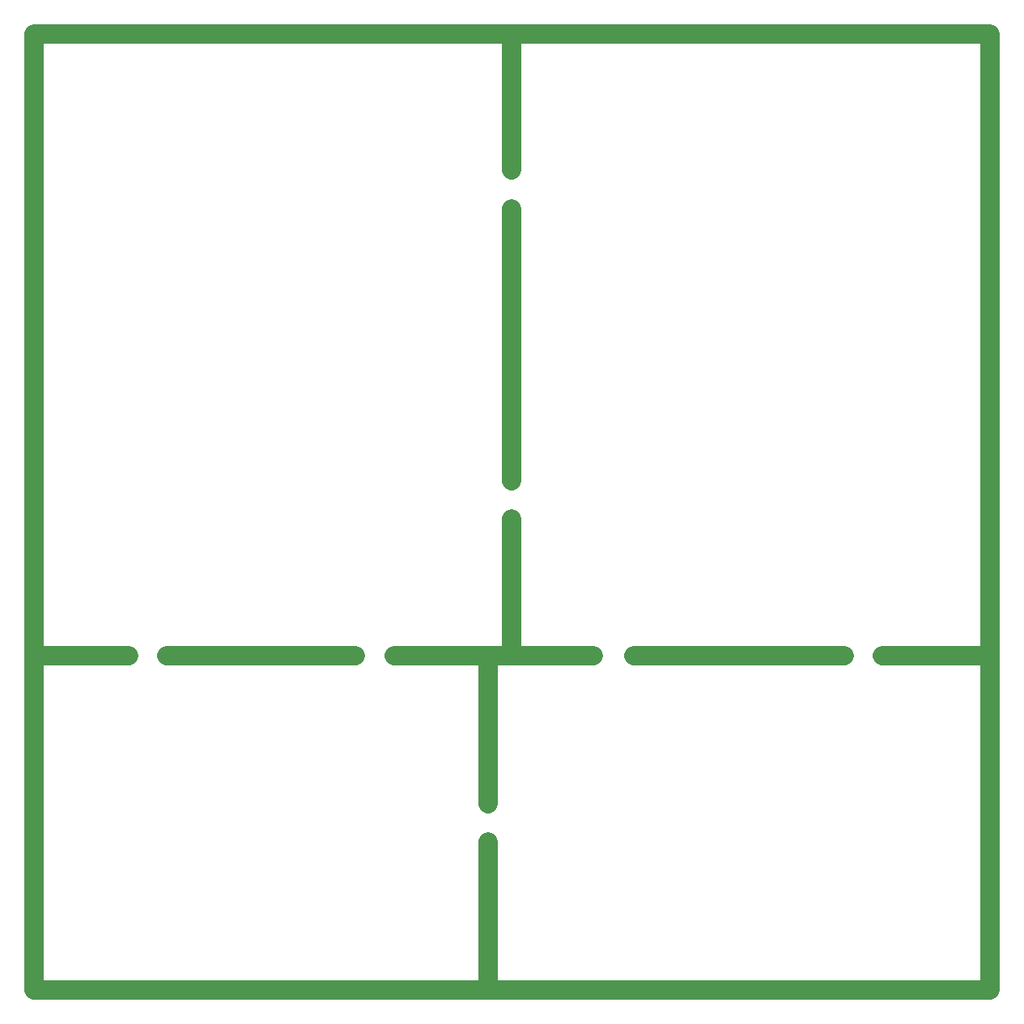
<source format=gbr>
G04 #@! TF.FileFunction,Profile,NP*
%FSLAX46Y46*%
G04 Gerber Fmt 4.6, Leading zero omitted, Abs format (unit mm)*
G04 Created by KiCad (PCBNEW 4.0.6-e0-6349~53~ubuntu16.04.1) date Thu Jul 27 22:11:15 2017*
%MOMM*%
%LPD*%
G01*
G04 APERTURE LIST*
%ADD10C,0.100000*%
%ADD11C,2.000000*%
G04 APERTURE END LIST*
D10*
D11*
X100000000Y-64250000D02*
X100000000Y-50000000D01*
X100000000Y-64250000D02*
X100000000Y-50000000D01*
X150000000Y-100750000D02*
X150000000Y-115000000D01*
X150000000Y-68250000D02*
X150000000Y-96750000D01*
X150000000Y-64250000D02*
X150000000Y-50000000D01*
X150000000Y-115000000D02*
X150250000Y-115000000D01*
X188750000Y-115000000D02*
X200000000Y-115000000D01*
X162750000Y-115000000D02*
X184750000Y-115000000D01*
X147500000Y-115000000D02*
X158500000Y-115000000D01*
X137700000Y-115000000D02*
X147500000Y-115000000D01*
X113900000Y-115000000D02*
X133600000Y-115000000D01*
X109900000Y-115000000D02*
X100000000Y-115000000D01*
X147500000Y-130500000D02*
X147500000Y-115000000D01*
X147500000Y-134500000D02*
X147500000Y-150000000D01*
X100000000Y-50000000D02*
X100000000Y-150000000D01*
X200000000Y-50000000D02*
X100000000Y-50000000D01*
X200000000Y-150000000D02*
X200000000Y-50000000D01*
X100000000Y-150000000D02*
X200000000Y-150000000D01*
M02*

</source>
